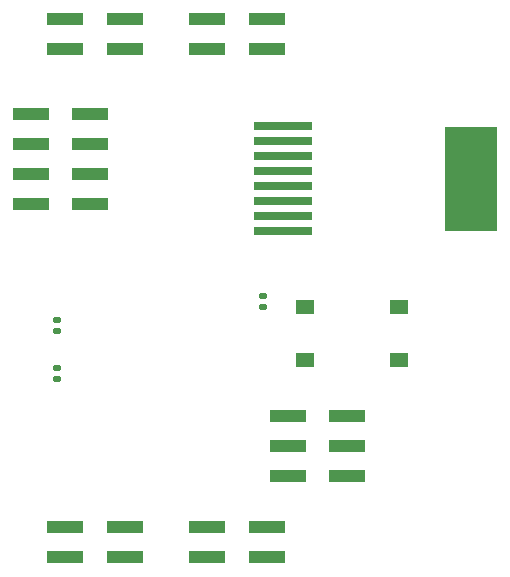
<source format=gbr>
%TF.GenerationSoftware,KiCad,Pcbnew,8.0.7*%
%TF.CreationDate,2024-12-23T09:54:04+01:00*%
%TF.ProjectId,circuit,63697263-7569-4742-9e6b-696361645f70,rev?*%
%TF.SameCoordinates,Original*%
%TF.FileFunction,Paste,Top*%
%TF.FilePolarity,Positive*%
%FSLAX46Y46*%
G04 Gerber Fmt 4.6, Leading zero omitted, Abs format (unit mm)*
G04 Created by KiCad (PCBNEW 8.0.7) date 2024-12-23 09:54:04*
%MOMM*%
%LPD*%
G01*
G04 APERTURE LIST*
G04 Aperture macros list*
%AMRoundRect*
0 Rectangle with rounded corners*
0 $1 Rounding radius*
0 $2 $3 $4 $5 $6 $7 $8 $9 X,Y pos of 4 corners*
0 Add a 4 corners polygon primitive as box body*
4,1,4,$2,$3,$4,$5,$6,$7,$8,$9,$2,$3,0*
0 Add four circle primitives for the rounded corners*
1,1,$1+$1,$2,$3*
1,1,$1+$1,$4,$5*
1,1,$1+$1,$6,$7*
1,1,$1+$1,$8,$9*
0 Add four rect primitives between the rounded corners*
20,1,$1+$1,$2,$3,$4,$5,0*
20,1,$1+$1,$4,$5,$6,$7,0*
20,1,$1+$1,$6,$7,$8,$9,0*
20,1,$1+$1,$8,$9,$2,$3,0*%
G04 Aperture macros list end*
%ADD10RoundRect,0.140000X-0.170000X0.140000X-0.170000X-0.140000X0.170000X-0.140000X0.170000X0.140000X0*%
%ADD11R,3.150000X1.000000*%
%ADD12RoundRect,0.140000X0.170000X-0.140000X0.170000X0.140000X-0.170000X0.140000X-0.170000X-0.140000X0*%
%ADD13R,5.000000X0.760000*%
%ADD14R,4.500000X8.800000*%
%ADD15R,1.550000X1.300000*%
G04 APERTURE END LIST*
D10*
%TO.C,C3*%
X239200000Y-70140000D03*
X239200000Y-71100000D03*
%TD*%
D11*
%TO.C,J1.3*%
X222475000Y-89730000D03*
X227525000Y-89730000D03*
X222475000Y-92270000D03*
X227525000Y-92270000D03*
%TD*%
D12*
%TO.C,C2*%
X221800000Y-77180000D03*
X221800000Y-76220000D03*
%TD*%
D10*
%TO.C,C1*%
X221800000Y-72150000D03*
X221800000Y-73110000D03*
%TD*%
D13*
%TO.C,J4*%
X240920000Y-64645000D03*
X240920000Y-63375000D03*
X240920000Y-62105000D03*
X240920000Y-60835000D03*
X240920000Y-59565000D03*
X240920000Y-58295000D03*
X240920000Y-57025000D03*
X240920000Y-55755000D03*
D14*
X256850000Y-60200000D03*
%TD*%
D11*
%TO.C,J3*%
X246350000Y-85400000D03*
X241300000Y-85400000D03*
X246350000Y-82860000D03*
X241300000Y-82860000D03*
X246350000Y-80320000D03*
X241300000Y-80320000D03*
%TD*%
%TO.C,J1.2*%
X234475000Y-46730000D03*
X239525000Y-46730000D03*
X234475000Y-49270000D03*
X239525000Y-49270000D03*
%TD*%
%TO.C,J1.4*%
X239525000Y-92270000D03*
X234475000Y-92270000D03*
X239525000Y-89730000D03*
X234475000Y-89730000D03*
%TD*%
D15*
%TO.C,SW1*%
X242750000Y-71100000D03*
X250700000Y-71100000D03*
X242750000Y-75600000D03*
X250700000Y-75600000D03*
%TD*%
D11*
%TO.C,J1*%
X219550000Y-54760000D03*
X224600000Y-54760000D03*
X219550000Y-57300000D03*
X224600000Y-57300000D03*
X219550000Y-59840000D03*
X224600000Y-59840000D03*
X219550000Y-62380000D03*
X224600000Y-62380000D03*
%TD*%
%TO.C,J1.1*%
X222475000Y-46730000D03*
X227525000Y-46730000D03*
X222475000Y-49270000D03*
X227525000Y-49270000D03*
%TD*%
M02*

</source>
